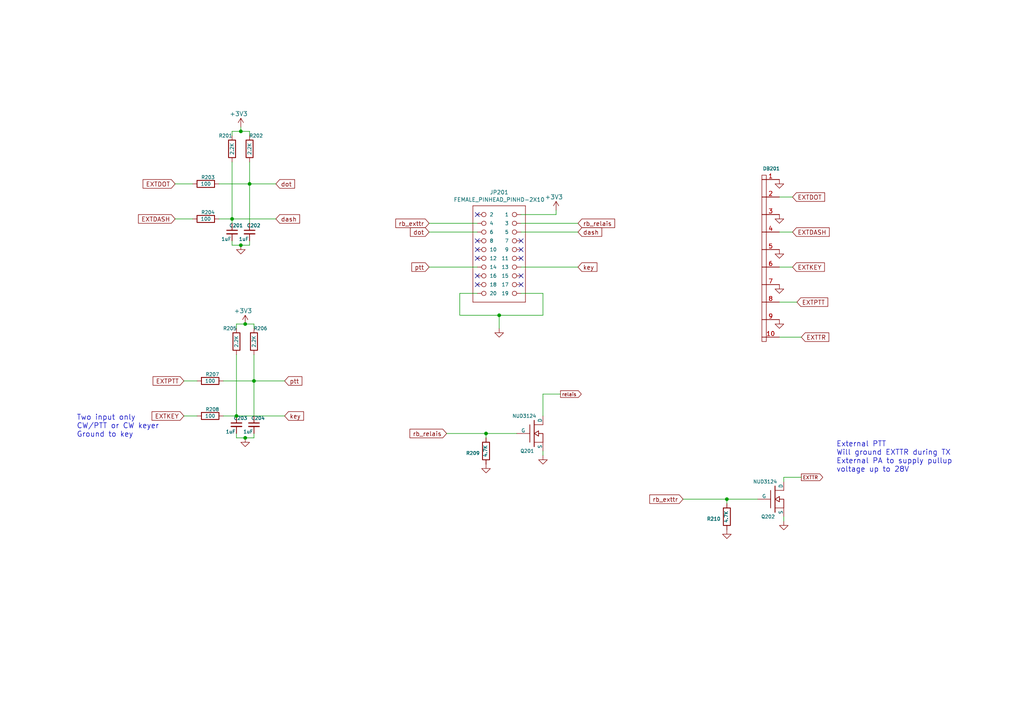
<source format=kicad_sch>
(kicad_sch (version 20231120) (generator "eeschema") (generator_version "8.0")
  (paper "A4")
  (title_block (title "Radioberry - amplifier") (date "2023-12-13") (rev "beta 1") (company "AppMind") (comment 1 "PA3GSB Johan Maas"))
  (lib_symbols
    (symbol "Radioberry:PINHEAD_PINHD-2X10" (pin_numbers hide) (pin_names (offset 1.016))
      (property "Reference" "JP" (at -6.35 13.335 0))
      (property "Value" "PINHEAD_PINHD-2X10" (at -6.35 -17.78 0))
      (symbol "PINHEAD_PINHD-2X10_1_0"
        (polyline (pts (xy -6.35 -15.24) (xy 8.89 -15.24)))
        (polyline (pts (xy -6.35 12.7) (xy -6.35 -15.24)))
        (polyline (pts (xy 8.89 -15.24) (xy 8.89 12.7)))
        (polyline (pts (xy 8.89 12.7) (xy -6.35 12.7)))
      )
      (symbol "PINHEAD_PINHD-2X10_1_1"
        (pin passive inverted (at -5.08 10.16 0) (length 2.54) (name "1") (number "1"))
        (pin passive inverted (at 7.62 0 180) (length 2.54) (name "10") (number "10"))
        (pin passive inverted (at -5.08 -2.54 0) (length 2.54) (name "11") (number "11"))
        (pin passive inverted (at 7.62 -2.54 180) (length 2.54) (name "12") (number "12"))
        (pin passive inverted (at -5.08 -5.08 0) (length 2.54) (name "13") (number "13"))
        (pin passive inverted (at 7.62 -5.08 180) (length 2.54) (name "14") (number "14"))
        (pin passive inverted (at -5.08 -7.62 0) (length 2.54) (name "15") (number "15"))
        (pin passive inverted (at 7.62 -7.62 180) (length 2.54) (name "16") (number "16"))
        (pin passive inverted (at -5.08 -10.16 0) (length 2.54) (name "17") (number "17"))
        (pin passive inverted (at 7.62 -10.16 180) (length 2.54) (name "18") (number "18"))
        (pin passive inverted (at -5.08 -12.7 0) (length 2.54) (name "19") (number "19"))
        (pin passive inverted (at 7.62 10.16 180) (length 2.54) (name "2") (number "2"))
        (pin passive inverted (at 7.62 -12.7 180) (length 2.54) (name "20") (number "20"))
        (pin passive inverted (at -5.08 7.62 0) (length 2.54) (name "3") (number "3"))
        (pin passive inverted (at 7.62 7.62 180) (length 2.54) (name "4") (number "4"))
        (pin passive inverted (at -5.08 5.08 0) (length 2.54) (name "5") (number "5"))
        (pin passive inverted (at 7.62 5.08 180) (length 2.54) (name "6") (number "6"))
        (pin passive inverted (at -5.08 2.54 0) (length 2.54) (name "7") (number "7"))
        (pin passive inverted (at 7.62 2.54 180) (length 2.54) (name "8") (number "8"))
        (pin passive inverted (at -5.08 0 0) (length 2.54) (name "9") (number "9"))
      )
    )
    (symbol "hermeslite:C_Small" (pin_numbers hide) (pin_names (offset 0.254) hide)
      (property "Reference" "C" (at 0.254 1.778 0))
      (property "Value" "C_Small" (at 0.254 -2.032 0))
      (symbol "C_Small_0_1"
        (polyline (pts (xy -1.524 -0.508) (xy 1.524 -0.508)) (stroke (width 0.3302)))
        (polyline (pts (xy -1.524 0.508) (xy 1.524 0.508)) (stroke (width 0.3048)))
      )
      (symbol "C_Small_1_1"
        (pin passive line (at 0 2.54 270) (length 2.032) (name "~") (number "1"))
        (pin passive line (at 0 -2.54 90) (length 2.032) (name "~") (number "2"))
      )
    )
    (symbol "hermeslite:IO10" (pin_names (offset 1.016))
      (property "Reference" "DB" (at -1.905 -15.24 0))
      (symbol "IO10_0_1"
        (rectangle (start -2.54 34.29) (end -1.27 -13.97))
      )
      (symbol "IO10_1_1"
        (pin input line (at 2.54 33.02 180) (length 5.08) (name "~") (number "1"))
        (pin input line (at 2.54 -12.7 180) (length 5.08) (name "~") (number "10"))
        (pin input line (at 2.54 27.94 180) (length 5.08) (name "~") (number "2"))
        (pin input line (at 2.54 22.86 180) (length 5.08) (name "~") (number "3"))
        (pin input line (at 2.54 17.78 180) (length 5.08) (name "~") (number "4"))
        (pin input line (at 2.54 12.7 180) (length 5.08) (name "~") (number "5"))
        (pin input line (at 2.54 7.62 180) (length 5.08) (name "~") (number "6"))
        (pin input line (at 2.54 2.54 180) (length 5.08) (name "~") (number "7"))
        (pin input line (at 2.54 -2.54 180) (length 5.08) (name "~") (number "8"))
        (pin input line (at 2.54 -7.62 180) (length 5.08) (name "~") (number "9"))
      )
    )
    (symbol "hermeslite:MOSFET_N" (pin_numbers hide) (pin_names (offset 0))
      (property "Reference" "Q" (at 0.254 4.318 0))
      (property "Value" "MOSFET_N" (at 0.254 -3.81 0))
      (symbol "MOSFET_N_0_1"
        (polyline (pts (xy -1.27 -2.54) (xy -1.27 2.54)) (stroke (width 0.2032)))
        (polyline (pts (xy 0 -3.81) (xy 0 3.81)) (stroke (width 0.254)))
        (polyline (pts (xy 2.54 -2.54) (xy 0 -2.54)))
        (polyline (pts (xy 2.54 2.54) (xy 0 2.54)))
        (polyline (pts (xy 2.54 -2.54) (xy 2.54 0) (xy 1.27 0)) (stroke (width 0.2032)))
        (polyline (pts (xy 1.27 0.762) (xy 1.27 -0.762) (xy 0 0) (xy 1.27 0.762) (xy 1.27 0.762)) (stroke (width 0.2032)))
      )
      (symbol "MOSFET_N_1_1"
        (pin input line (at -5.08 0 0) (length 3.81) (name "G") (number "1"))
        (pin passive line (at 2.54 -5.08 90) (length 2.54) (name "S") (number "2"))
        (pin passive line (at 2.54 5.08 270) (length 2.54) (name "D") (number "3"))
      )
    )
    (symbol "hermeslite:R" (pin_numbers hide) (pin_names (offset 0))
      (property "Reference" "R" (at 2.032 0 90))
      (property "Value" "R" (at 0 0 90))
      (symbol "R_0_1"
        (rectangle (start -1.016 -2.54) (end 1.016 2.54) (stroke (width 0.254)))
      )
      (symbol "R_1_1"
        (pin passive line (at 0 3.81 270) (length 1.27) (name "~") (number "1"))
        (pin passive line (at 0 -3.81 90) (length 1.27) (name "~") (number "2"))
      )
    )
    (symbol "power:+3V3" (power) (pin_names (offset 0))
      (property "Value" "+3V3" (at 0 3.556 0))
      (symbol "+3V3_0_1"
        (polyline (pts (xy -0.762 1.27) (xy 0 2.54)))
        (polyline (pts (xy 0 0) (xy 0 2.54)))
        (polyline (pts (xy 0 2.54) (xy 0.762 1.27)))
      )
      (symbol "+3V3_1_1"
        (pin power_in line (at 0 0 90) (length 0) hide (name "+3V3") (number "1"))
      )
    )
    (symbol "power:GND" (power) (pin_names (offset 0))
      (property "Value" "GND" (at 0 -3.81 0))
      (symbol "GND_0_1"
        (polyline (pts (xy 0 0) (xy 0 -1.27) (xy 1.27 -1.27) (xy 0 -2.54) (xy -1.27 -1.27) (xy 0 -1.27)))
      )
      (symbol "GND_1_1"
        (pin power_in line (at 0 0 270) (length 0) hide (name "GND") (number "1"))
      )
    )
  )
  (junction (at 140.97 125.73))
  (junction (at 144.78 91.44))
  (junction (at 210.82 144.78))
  (junction (at 71.12 93.98))
  (junction (at 69.85 38.1))
  (junction (at 68.58 120.65))
  (junction (at 71.12 127))
  (junction (at 73.66 110.49))
  (junction (at 67.31 63.5))
  (junction (at 72.39 53.34))
  (junction (at 69.85 71.12))
  (no_connect (at 151.13 80.01))
  (no_connect (at 138.43 80.01))
  (no_connect (at 138.43 62.23))
  (no_connect (at 138.43 74.93))
  (no_connect (at 151.13 74.93))
  (no_connect (at 138.43 82.55))
  (no_connect (at 151.13 72.39))
  (no_connect (at 138.43 69.85))
  (no_connect (at 151.13 69.85))
  (no_connect (at 138.43 72.39))
  (no_connect (at 151.13 82.55))
  (wire (pts (xy 67.31 46.99) (xy 67.31 63.5)))
  (wire (pts (xy 67.31 71.12) (xy 69.85 71.12)))
  (wire (pts (xy 72.39 38.1) (xy 72.39 39.37)))
  (wire (pts (xy 73.66 127) (xy 73.66 125.73)))
  (wire (pts (xy 72.39 46.99) (xy 72.39 53.34)))
  (wire (pts (xy 151.13 85.09) (xy 157.48 85.09)))
  (wire (pts (xy 71.12 93.98) (xy 73.66 93.98)))
  (wire (pts (xy 133.35 91.44) (xy 133.35 85.09)))
  (wire (pts (xy 151.13 62.23) (xy 161.29 62.23)))
  (wire (pts (xy 229.87 67.31) (xy 226.06 67.31)))
  (wire (pts (xy 68.58 125.73) (xy 68.58 127)))
  (wire (pts (xy 69.85 36.83) (xy 69.85 38.1)))
  (wire (pts (xy 198.12 144.78) (xy 210.82 144.78)))
  (wire (pts (xy 226.06 97.79) (xy 232.41 97.79)))
  (wire (pts (xy 73.66 102.87) (xy 73.66 110.49)))
  (wire (pts (xy 151.13 64.77) (xy 167.64 64.77)))
  (wire (pts (xy 73.66 110.49) (xy 82.55 110.49)))
  (wire (pts (xy 67.31 38.1) (xy 69.85 38.1)))
  (wire (pts (xy 55.88 63.5) (xy 50.8 63.5)))
  (wire (pts (xy 227.33 138.43) (xy 232.41 138.43)))
  (wire (pts (xy 67.31 69.85) (xy 67.31 71.12)))
  (wire (pts (xy 71.12 127) (xy 73.66 127)))
  (wire (pts (xy 68.58 93.98) (xy 71.12 93.98)))
  (wire (pts (xy 140.97 125.73) (xy 149.86 125.73)))
  (wire (pts (xy 68.58 102.87) (xy 68.58 120.65)))
  (wire (pts (xy 157.48 130.81) (xy 157.48 132.08)))
  (wire (pts (xy 157.48 91.44) (xy 144.78 91.44)))
  (wire (pts (xy 161.29 62.23) (xy 161.29 60.96)))
  (wire (pts (xy 210.82 146.05) (xy 210.82 144.78)))
  (wire (pts (xy 151.13 67.31) (xy 167.64 67.31)))
  (wire (pts (xy 133.35 85.09) (xy 138.43 85.09)))
  (wire (pts (xy 124.46 64.77) (xy 138.43 64.77)))
  (wire (pts (xy 64.77 110.49) (xy 73.66 110.49)))
  (wire (pts (xy 73.66 110.49) (xy 73.66 120.65)))
  (wire (pts (xy 63.5 53.34) (xy 72.39 53.34)))
  (wire (pts (xy 67.31 38.1) (xy 67.31 39.37)))
  (wire (pts (xy 144.78 95.25) (xy 144.78 91.44)))
  (wire (pts (xy 157.48 85.09) (xy 157.48 91.44)))
  (wire (pts (xy 144.78 91.44) (xy 133.35 91.44)))
  (wire (pts (xy 124.46 67.31) (xy 138.43 67.31)))
  (wire (pts (xy 227.33 149.86) (xy 227.33 151.13)))
  (wire (pts (xy 64.77 120.65) (xy 68.58 120.65)))
  (wire (pts (xy 157.48 114.3) (xy 157.48 120.65)))
  (wire (pts (xy 68.58 120.65) (xy 82.55 120.65)))
  (wire (pts (xy 57.15 110.49) (xy 53.34 110.49)))
  (wire (pts (xy 67.31 63.5) (xy 80.01 63.5)))
  (wire (pts (xy 69.85 38.1) (xy 72.39 38.1)))
  (wire (pts (xy 210.82 144.78) (xy 219.71 144.78)))
  (wire (pts (xy 227.33 139.7) (xy 227.33 138.43)))
  (wire (pts (xy 68.58 127) (xy 71.12 127)))
  (wire (pts (xy 69.85 71.12) (xy 72.39 71.12)))
  (wire (pts (xy 72.39 53.34) (xy 80.01 53.34)))
  (wire (pts (xy 157.48 114.3) (xy 162.56 114.3)))
  (wire (pts (xy 57.15 120.65) (xy 53.34 120.65)))
  (wire (pts (xy 73.66 93.98) (xy 73.66 95.25)))
  (wire (pts (xy 129.54 125.73) (xy 140.97 125.73)))
  (wire (pts (xy 226.06 87.63) (xy 231.14 87.63)))
  (wire (pts (xy 72.39 71.12) (xy 72.39 69.85)))
  (wire (pts (xy 226.06 57.15) (xy 229.87 57.15)))
  (wire (pts (xy 63.5 63.5) (xy 67.31 63.5)))
  (wire (pts (xy 55.88 53.34) (xy 50.8 53.34)))
  (wire (pts (xy 67.31 63.5) (xy 67.31 64.77)))
  (wire (pts (xy 68.58 93.98) (xy 68.58 95.25)))
  (wire (pts (xy 72.39 53.34) (xy 72.39 64.77)))
  (wire (pts (xy 151.13 77.47) (xy 167.64 77.47)))
  (wire (pts (xy 140.97 125.73) (xy 140.97 127)))
  (wire (pts (xy 124.46 77.47) (xy 138.43 77.47)))
  (wire (pts (xy 229.87 77.47) (xy 226.06 77.47)))
  (text "External PTT\nWill ground EXTTR during TX\nExternal PA to supply pullup\nvoltage up to 28V" (at 242.57 137.16 0) (effects (font (size 1.524 1.524)) (justify left bottom)))
  (text "Two input only\nCW/PTT or CW keyer\nGround to key" (at 22.225 127 0) (effects (font (size 1.524 1.524)) (justify left bottom)))
  (global_label "EXTDOT" (shape input) (at 229.87 57.15 0) (property "Intersheetrefs" "${INTERSHEET_REFS}" (effects (hide yes))))
  (global_label "key" (shape input) (at 82.55 120.65 0) (property "Intersheetrefs" "${INTERSHEET_REFS}" (effects (hide yes))))
  (global_label "dash" (shape input) (at 167.64 67.31 0) (property "Intersheetrefs" "${INTERSHEET_REFS}" (effects (hide yes))))
  (global_label "dash" (shape input) (at 80.01 63.5 0) (property "Intersheetrefs" "${INTERSHEET_REFS}" (effects (hide yes))))
  (global_label "dot" (shape input) (at 80.01 53.34 0) (property "Intersheetrefs" "${INTERSHEET_REFS}" (effects (hide yes))))
  (global_label "EXTPTT" (shape input) (at 231.14 87.63 0) (property "Intersheetrefs" "${INTERSHEET_REFS}" (effects (hide yes))))
  (global_label "EXTKEY" (shape input) (at 229.87 77.47 0) (property "Intersheetrefs" "${INTERSHEET_REFS}" (effects (hide yes))))
  (global_label "EXTTR" (shape input) (at 232.41 97.79 0) (property "Intersheetrefs" "${INTERSHEET_REFS}" (effects (hide yes))))
  (global_label "relais" (shape output) (at 162.56 114.3 0) (effects (font (size 0.9906 0.9906))) (property "Intersheetrefs" "${INTERSHEET_REFS}" (effects (hide yes))))
  (global_label "EXTDASH" (shape input) (at 50.8 63.5 180) (property "Intersheetrefs" "${INTERSHEET_REFS}" (effects (hide yes))))
  (global_label "rb_exttr" (shape input) (at 124.46 64.77 180) (property "Intersheetrefs" "${INTERSHEET_REFS}" (effects (hide yes))))
  (global_label "dot" (shape input) (at 124.46 67.31 180) (property "Intersheetrefs" "${INTERSHEET_REFS}" (effects (hide yes))))
  (global_label "EXTTR" (shape output) (at 232.41 138.43 0) (effects (font (size 0.9906 0.9906))) (property "Intersheetrefs" "${INTERSHEET_REFS}" (effects (hide yes))))
  (global_label "ptt" (shape input) (at 82.55 110.49 0) (property "Intersheetrefs" "${INTERSHEET_REFS}" (effects (hide yes))))
  (global_label "EXTPTT" (shape input) (at 53.34 110.49 180) (property "Intersheetrefs" "${INTERSHEET_REFS}" (effects (hide yes))))
  (global_label "EXTKEY" (shape input) (at 53.34 120.65 180) (property "Intersheetrefs" "${INTERSHEET_REFS}" (effects (hide yes))))
  (global_label "rb_exttr" (shape input) (at 198.12 144.78 180) (property "Intersheetrefs" "${INTERSHEET_REFS}" (effects (hide yes))))
  (global_label "rb_relais" (shape input) (at 129.54 125.73 180) (property "Intersheetrefs" "${INTERSHEET_REFS}" (effects (hide yes))))
  (global_label "EXTDOT" (shape input) (at 50.8 53.34 180) (property "Intersheetrefs" "${INTERSHEET_REFS}" (effects (hide yes))))
  (global_label "key" (shape input) (at 167.64 77.47 0) (property "Intersheetrefs" "${INTERSHEET_REFS}" (effects (hide yes))))
  (global_label "ptt" (shape input) (at 124.46 77.47 180) (property "Intersheetrefs" "${INTERSHEET_REFS}" (effects (hide yes))))
  (global_label "EXTDASH" (shape input) (at 229.87 67.31 0) (property "Intersheetrefs" "${INTERSHEET_REFS}" (effects (hide yes))))
  (global_label "rb_relais" (shape input) (at 167.64 64.77 0) (property "Intersheetrefs" "${INTERSHEET_REFS}" (effects (hide yes))))
  (symbol (lib_id "power:GND") (at 144.78 95.25 0) (mirror y) (unit 1)
    (property "Reference" "#PWR0209" (effects (hide yes)))
    (property "Value" "GND" (effects (hide yes)))
  )
  (symbol (lib_id "hermeslite:R") (at 67.31 43.18 0) (mirror x) (unit 1)
    (property "Reference" "R201" (at 65.405 39.37 0) (effects (font (size 0.9906 0.9906))))
    (property "Value" "2.2K" (at 67.31 43.18 90) (effects (font (size 0.9906 0.9906))))
    (property "Footprint" "HERMESLITE:SMD-0805" (effects (hide yes)))
  )
  (symbol (lib_id "hermeslite:R") (at 72.39 43.18 0) (mirror x) (unit 1)
    (property "Reference" "R202" (at 74.295 39.37 0) (effects (font (size 0.9906 0.9906))))
    (property "Value" "2.2K" (at 72.39 43.18 90) (effects (font (size 0.9906 0.9906))))
    (property "Footprint" "HERMESLITE:SMD-0805" (effects (hide yes)))
  )
  (symbol (lib_id "hermeslite:C_Small") (at 72.39 67.31 0) (mirror y) (unit 1)
    (property "Reference" "C202" (at 75.565 65.405 0) (effects (font (size 0.9906 0.9906)) (justify left)))
    (property "Value" "1uF" (at 72.136 69.342 0) (effects (font (size 0.9906 0.9906)) (justify left)))
    (property "Footprint" "HERMESLITE:SMD-0805" (effects (hide yes)))
  )
  (symbol (lib_id "hermeslite:C_Small") (at 67.31 67.31 0) (mirror y) (unit 1)
    (property "Reference" "C201" (at 70.485 65.405 0) (effects (font (size 0.9906 0.9906)) (justify left)))
    (property "Value" "1uF" (at 67.056 69.342 0) (effects (font (size 0.9906 0.9906)) (justify left)))
    (property "Footprint" "HERMESLITE:SMD-0805" (effects (hide yes)))
  )
  (symbol (lib_id "hermeslite:R") (at 59.69 53.34 270) (mirror x) (unit 1)
    (property "Reference" "R203" (at 60.325 51.435 90) (effects (font (size 0.9906 0.9906))))
    (property "Value" "100" (at 59.69 53.34 90) (effects (font (size 0.9906 0.9906))))
    (property "Footprint" "HERMESLITE:SMD-0805" (effects (hide yes)))
  )
  (symbol (lib_id "hermeslite:R") (at 59.69 63.5 270) (mirror x) (unit 1)
    (property "Reference" "R204" (at 60.325 61.595 90) (effects (font (size 0.9906 0.9906))))
    (property "Value" "100" (at 59.69 63.5 90) (effects (font (size 0.9906 0.9906))))
    (property "Footprint" "HERMESLITE:SMD-0805" (effects (hide yes)))
  )
  (symbol (lib_id "power:+3V3") (at 69.85 36.83 0) (unit 1)
    (property "Reference" "#PWR0201" (effects (hide yes)))
    (property "Value" "+3V3" (at 69.215 33.02 0))
  )
  (symbol (lib_id "power:GND") (at 226.06 92.71 0) (mirror y) (unit 1)
    (property "Reference" "#PWR0207" (effects (hide yes)))
    (property "Value" "GND" (effects (hide yes)))
  )
  (symbol (lib_id "power:GND") (at 226.06 82.55 0) (mirror y) (unit 1)
    (property "Reference" "#PWR0206" (effects (hide yes)))
    (property "Value" "GND" (effects (hide yes)))
  )
  (symbol (lib_id "power:GND") (at 226.06 72.39 0) (mirror y) (unit 1)
    (property "Reference" "#PWR0205" (effects (hide yes)))
    (property "Value" "GND" (effects (hide yes)))
  )
  (symbol (lib_id "power:GND") (at 226.06 62.23 0) (mirror y) (unit 1)
    (property "Reference" "#PWR0203" (effects (hide yes)))
    (property "Value" "GND" (effects (hide yes)))
  )
  (symbol (lib_id "power:GND") (at 226.06 52.07 0) (mirror y) (unit 1)
    (property "Reference" "#PWR0202" (effects (hide yes)))
    (property "Value" "GND" (effects (hide yes)))
  )
  (symbol (lib_id "hermeslite:IO10") (at 223.52 85.09 0) (unit 1)
    (property "Reference" "DB201" (at 223.6978 48.895 0) (effects (font (size 0.9906 0.9906))))
    (property "Value" "IO10" (effects (hide yes)))
    (property "Footprint" "HERMESLITE:5x2" (effects (hide yes)))
  )
  (symbol (lib_id "hermeslite:MOSFET_N") (at 154.94 125.73 0) (unit 1)
    (property "Reference" "Q201" (at 154.94 130.81 0) (effects (font (size 0.9906 0.9906)) (justify right)))
    (property "Value" "NUD3124" (at 155.575 120.65 0) (effects (font (size 0.9906 0.9906)) (justify right)))
    (property "Footprint" "HERMESLITE:SOT23_3" (effects (hide yes)))
  )
  (symbol (lib_id "hermeslite:MOSFET_N") (at 224.79 144.78 0) (unit 1)
    (property "Reference" "Q202" (at 224.79 149.86 0) (effects (font (size 0.9906 0.9906)) (justify right)))
    (property "Value" "NUD3124" (at 225.425 139.7 0) (effects (font (size 0.9906 0.9906)) (justify right)))
    (property "Footprint" "HERMESLITE:SOT23_3" (effects (hide yes)))
  )
  (symbol (lib_id "hermeslite:R") (at 210.82 149.86 180) (unit 1)
    (property "Reference" "R210" (at 207.01 150.495 0) (effects (font (size 0.9906 0.9906))))
    (property "Value" "4.7K" (at 210.6422 149.8854 90) (effects (font (size 0.9906 0.9906))))
    (property "Footprint" "HERMESLITE:SMD-0805" (effects (hide yes)))
  )
  (symbol (lib_id "power:GND") (at 227.33 151.13 0) (unit 1)
    (property "Reference" "#PWR0213" (effects (hide yes)))
    (property "Value" "GND" (effects (hide yes)))
  )
  (symbol (lib_id "power:GND") (at 210.82 153.67 0) (unit 1)
    (property "Reference" "#PWR0214" (effects (hide yes)))
    (property "Value" "GND" (effects (hide yes)))
  )
  (symbol (lib_id "hermeslite:R") (at 140.97 130.81 180) (unit 1)
    (property "Reference" "R209" (at 137.16 131.445 0) (effects (font (size 0.9906 0.9906))))
    (property "Value" "4.7K" (at 140.7922 130.8354 90) (effects (font (size 0.9906 0.9906))))
    (property "Footprint" "HERMESLITE:SMD-0805" (effects (hide yes)))
  )
  (symbol (lib_id "power:GND") (at 140.97 134.62 0) (unit 1)
    (property "Reference" "#PWR0212" (effects (hide yes)))
    (property "Value" "GND" (effects (hide yes)))
  )
  (symbol (lib_id "power:GND") (at 157.48 132.08 0) (unit 1)
    (property "Reference" "#PWR0211" (effects (hide yes)))
    (property "Value" "GND" (effects (hide yes)))
  )
  (symbol (lib_id "Radioberry:PINHEAD_PINHD-2X10") (at 146.05 72.39 0) (mirror y) (unit 1)
    (property "Reference" "JP201" (at 144.78 55.7784 0) (effects (font (size 1.143 1.143))))
    (property "Value" "FEMALE_PINHEAD_PINHD-2X10" (at 144.78 57.912 0) (effects (font (size 1.143 1.143))))
    (property "Footprint" "PINHEAD_2X10" (effects (hide yes)))
  )
  (symbol (lib_id "power:GND") (at 69.85 71.12 0) (mirror y) (unit 1)
    (property "Reference" "#PWR0204" (effects (hide yes)))
    (property "Value" "GND" (effects (hide yes)))
  )
  (symbol (lib_id "hermeslite:R") (at 68.58 99.06 0) (mirror x) (unit 1)
    (property "Reference" "R205" (at 66.675 95.25 0) (effects (font (size 0.9906 0.9906))))
    (property "Value" "2.2K" (at 68.58 99.06 90) (effects (font (size 0.9906 0.9906))))
    (property "Footprint" "HERMESLITE:SMD-0805" (effects (hide yes)))
  )
  (symbol (lib_id "hermeslite:R") (at 73.66 99.06 0) (mirror x) (unit 1)
    (property "Reference" "R206" (at 75.565 95.25 0) (effects (font (size 0.9906 0.9906))))
    (property "Value" "2.2K" (at 73.66 99.06 90) (effects (font (size 0.9906 0.9906))))
    (property "Footprint" "HERMESLITE:SMD-0805" (effects (hide yes)))
  )
  (symbol (lib_id "hermeslite:C_Small") (at 73.66 123.19 0) (mirror y) (unit 1)
    (property "Reference" "C204" (at 76.835 121.285 0) (effects (font (size 0.9906 0.9906)) (justify left)))
    (property "Value" "1uF" (at 73.406 125.222 0) (effects (font (size 0.9906 0.9906)) (justify left)))
    (property "Footprint" "HERMESLITE:SMD-0805" (effects (hide yes)))
  )
  (symbol (lib_id "hermeslite:C_Small") (at 68.58 123.19 0) (mirror y) (unit 1)
    (property "Reference" "C203" (at 71.755 121.285 0) (effects (font (size 0.9906 0.9906)) (justify left)))
    (property "Value" "1uF" (at 68.326 125.222 0) (effects (font (size 0.9906 0.9906)) (justify left)))
    (property "Footprint" "HERMESLITE:SMD-0805" (effects (hide yes)))
  )
  (symbol (lib_id "hermeslite:R") (at 60.96 110.49 270) (mirror x) (unit 1)
    (property "Reference" "R207" (at 61.595 108.585 90) (effects (font (size 0.9906 0.9906))))
    (property "Value" "100" (at 60.96 110.49 90) (effects (font (size 0.9906 0.9906))))
    (property "Footprint" "HERMESLITE:SMD-0805" (effects (hide yes)))
  )
  (symbol (lib_id "hermeslite:R") (at 60.96 120.65 270) (mirror x) (unit 1)
    (property "Reference" "R208" (at 61.595 118.745 90) (effects (font (size 0.9906 0.9906))))
    (property "Value" "100" (at 60.96 120.65 90) (effects (font (size 0.9906 0.9906))))
    (property "Footprint" "HERMESLITE:SMD-0805" (effects (hide yes)))
  )
  (symbol (lib_id "power:+3V3") (at 71.12 93.98 0) (unit 1)
    (property "Reference" "#PWR0208" (effects (hide yes)))
    (property "Value" "+3V3" (at 70.485 90.17 0))
  )
  (symbol (lib_id "power:GND") (at 71.12 127 0) (mirror y) (unit 1)
    (property "Reference" "#PWR0210" (effects (hide yes)))
    (property "Value" "GND" (effects (hide yes)))
  )
  (symbol (lib_id "power:+3V3") (at 161.29 60.96 0) (unit 1)
    (property "Reference" "#PWR0107" (effects (hide yes)))
    (property "Value" "+3V3" (at 160.655 57.15 0))
  )
)
</source>
